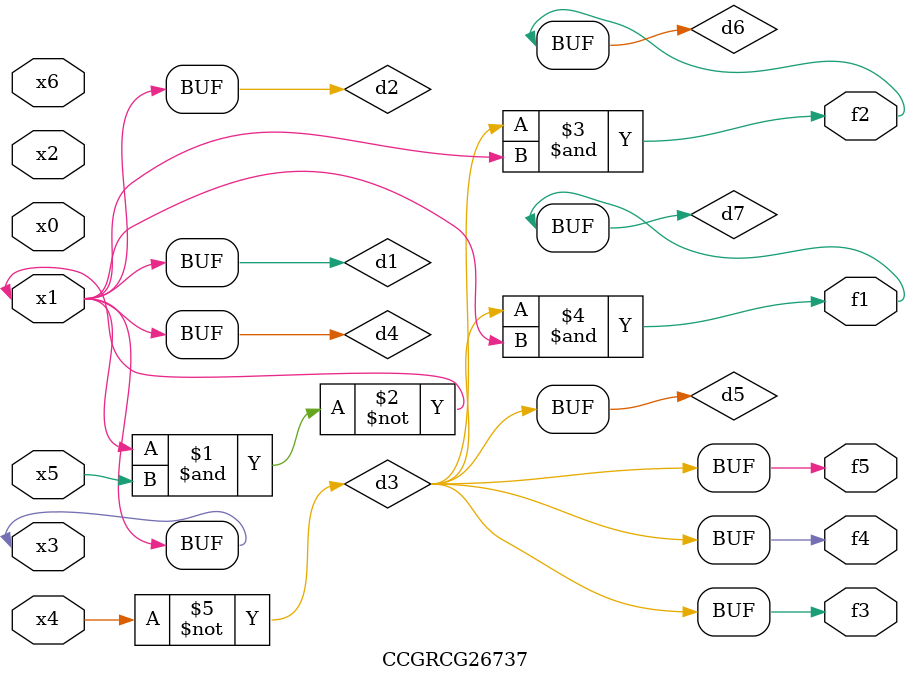
<source format=v>
module CCGRCG26737(
	input x0, x1, x2, x3, x4, x5, x6,
	output f1, f2, f3, f4, f5
);

	wire d1, d2, d3, d4, d5, d6, d7;

	buf (d1, x1, x3);
	nand (d2, x1, x5);
	not (d3, x4);
	buf (d4, d1, d2);
	buf (d5, d3);
	and (d6, d3, d4);
	and (d7, d3, d4);
	assign f1 = d7;
	assign f2 = d6;
	assign f3 = d5;
	assign f4 = d5;
	assign f5 = d5;
endmodule

</source>
